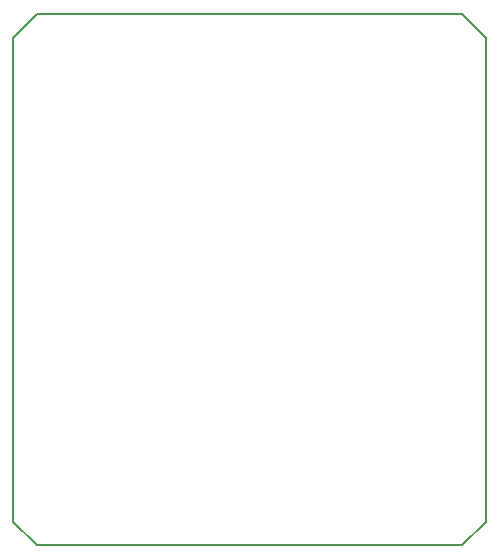
<source format=gko>
G75*
G70*
%OFA0B0*%
%FSLAX24Y24*%
%IPPOS*%
%LPD*%
%AMOC8*
5,1,8,0,0,1.08239X$1,22.5*
%
%ADD10C,0.0080*%
D10*
X000400Y000987D02*
X001187Y000200D01*
X015361Y000200D01*
X016148Y000987D01*
X016148Y017129D01*
X015361Y017917D01*
X001187Y017917D01*
X000400Y017129D01*
X000400Y000987D01*
M02*

</source>
